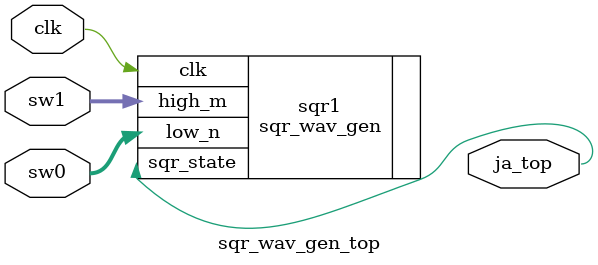
<source format=sv>
`timescale 1ns / 1ps


module sqr_wav_gen_top(
    input logic clk,
    input logic [3:0] sw0,
    input logic [3:0] sw1,
    output logic ja_top
    );
    
    sqr_wav_gen sqr1(.clk(clk), .low_n(sw0), .high_m(sw1), .sqr_state(ja_top));
endmodule

</source>
